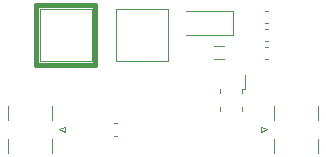
<source format=gbr>
%TF.GenerationSoftware,KiCad,Pcbnew,7.0.1*%
%TF.CreationDate,2023-06-23T15:30:34-04:00*%
%TF.ProjectId,bias-t,62696173-2d74-42e6-9b69-6361645f7063,1*%
%TF.SameCoordinates,Original*%
%TF.FileFunction,Legend,Top*%
%TF.FilePolarity,Positive*%
%FSLAX46Y46*%
G04 Gerber Fmt 4.6, Leading zero omitted, Abs format (unit mm)*
G04 Created by KiCad (PCBNEW 7.0.1) date 2023-06-23 15:30:34*
%MOMM*%
%LPD*%
G01*
G04 APERTURE LIST*
%ADD10C,0.400000*%
%ADD11C,0.120000*%
G04 APERTURE END LIST*
D10*
X112500000Y-108500000D02*
X117500000Y-108500000D01*
X117500000Y-113500000D01*
X112500000Y-113500000D01*
X112500000Y-108500000D01*
D11*
%TO.C,C6*%
X131859420Y-110490000D02*
X132140580Y-110490000D01*
X131859420Y-111510000D02*
X132140580Y-111510000D01*
%TO.C,C2*%
X131859420Y-108990000D02*
X132140580Y-108990000D01*
X131859420Y-110010000D02*
X132140580Y-110010000D01*
%TO.C,D1*%
X129210000Y-111000000D02*
X129210000Y-109000000D01*
X129210000Y-111000000D02*
X125200000Y-111000000D01*
X129210000Y-109000000D02*
X125200000Y-109000000D01*
%TO.C,TP1*%
X119300000Y-108800000D02*
X123700000Y-108800000D01*
X119300000Y-113200000D02*
X119300000Y-108800000D01*
X123700000Y-108800000D02*
X123700000Y-113200000D01*
X123700000Y-113200000D02*
X119300000Y-113200000D01*
%TO.C,FL2*%
X130160000Y-115590000D02*
X130160000Y-114360000D01*
X129910000Y-115590000D02*
X130160000Y-115590000D01*
X129910000Y-115590000D02*
X129910000Y-115930000D01*
X128090000Y-115590000D02*
X128090000Y-115930000D01*
X129910000Y-117070000D02*
X129910000Y-117410000D01*
X128090000Y-117070000D02*
X128090000Y-117410000D01*
%TO.C,C1*%
X119084420Y-118490000D02*
X119365580Y-118490000D01*
X119084420Y-119510000D02*
X119365580Y-119510000D01*
%TO.C,J3*%
X113872500Y-117050000D02*
X113872500Y-118160000D01*
X110162500Y-117050000D02*
X110162500Y-118160000D01*
X114922500Y-118750000D02*
X114422500Y-119000000D01*
X114422500Y-119000000D02*
X114922500Y-119250000D01*
X114922500Y-119250000D02*
X114922500Y-118750000D01*
X113872500Y-119840000D02*
X113872500Y-120950000D01*
X110162500Y-119840000D02*
X110162500Y-120950000D01*
%TO.C,TP2*%
X112800000Y-108800000D02*
X117200000Y-108800000D01*
X112800000Y-113200000D02*
X112800000Y-108800000D01*
X117200000Y-108800000D02*
X117200000Y-113200000D01*
X117200000Y-113200000D02*
X112800000Y-113200000D01*
%TO.C,J1*%
X132627500Y-120950000D02*
X132627500Y-119840000D01*
X136337500Y-120950000D02*
X136337500Y-119840000D01*
X131577500Y-119250000D02*
X132077500Y-119000000D01*
X132077500Y-119000000D02*
X131577500Y-118750000D01*
X131577500Y-118750000D02*
X131577500Y-119250000D01*
X132627500Y-118160000D02*
X132627500Y-117050000D01*
X136337500Y-118160000D02*
X136337500Y-117050000D01*
%TO.C,C7*%
X131859420Y-111990000D02*
X132140580Y-111990000D01*
X131859420Y-113010000D02*
X132140580Y-113010000D01*
%TO.C,FB1*%
X127600378Y-111940000D02*
X128399622Y-111940000D01*
X127600378Y-113060000D02*
X128399622Y-113060000D01*
%TD*%
M02*

</source>
